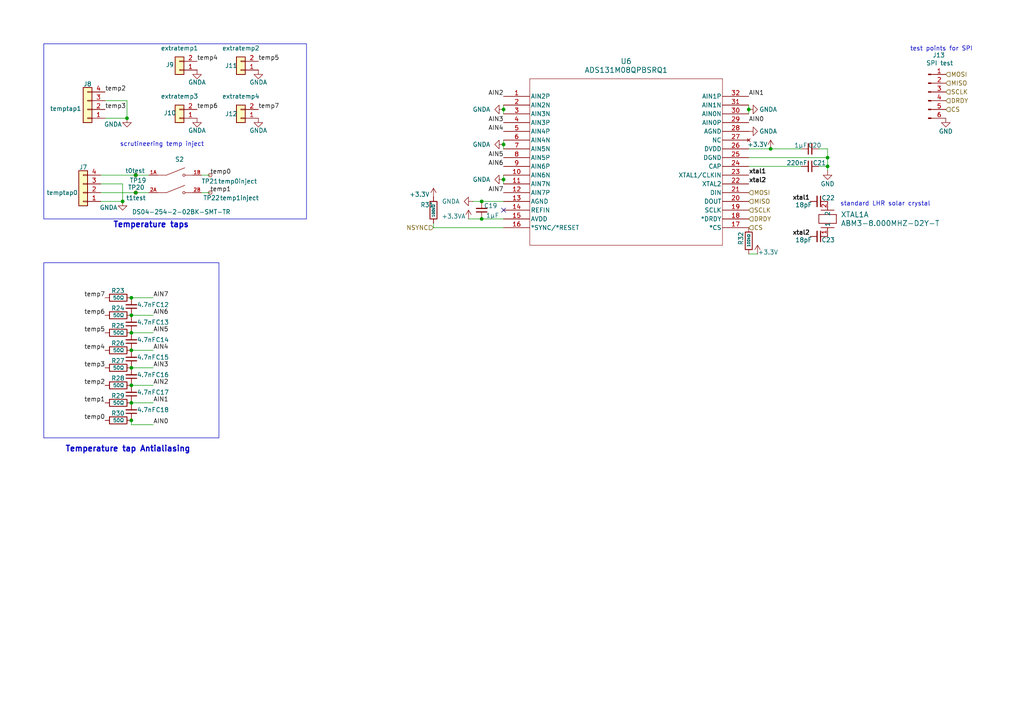
<source format=kicad_sch>
(kicad_sch (version 20231120) (generator "eeschema") (generator_version "8.0")
  (paper "A4")
  (title_block (title "BPS Voltage&Temperature board ") (date "2025-03-05") (rev "2") (company "LHR Solar: Battery Protection System") (comment 1 "Addressed concerns from review council ") (comment 2 "Can support up to 8 temperature inputs. ") (comment 3 "Can support up to 5 cells for voltage measurements.") (comment 4 "Board for measuring voltage and temperature of the battery modules.") (comment 5 "Can support up to 5 cells in series for voltage measurements.") (comment 6 "Can support up to 8 temperature inputs. ") (comment 9 "Addressed concerns from review council "))
  (lib_symbols
    (symbol "ABM3 - 8mhz:ABM3-8.000MHZ-D2Y-T" (pin_names (offset 0.254))
      (property "Reference" "XTAL" (at 5.08 4.445 0))
      (property "Value" "ABM3-8.000MHZ-D2Y-T" (at 5.08 -4.445 0))
      (symbol "ABM3-8.000MHZ-D2Y-T_1_1"
        (polyline (pts (xy 2.54 -1.905) (xy 2.54 1.905)) (stroke (width 0.2032)))
        (polyline (pts (xy 3.81 -2.54) (xy 3.81 2.54)) (stroke (width 0.2032)))
        (polyline (pts (xy 3.81 2.54) (xy 6.35 2.54)) (stroke (width 0.2032)))
        (polyline (pts (xy 6.35 -2.54) (xy 3.81 -2.54)) (stroke (width 0.2032)))
        (polyline (pts (xy 6.35 2.54) (xy 6.35 -2.54)) (stroke (width 0.2032)))
        (polyline (pts (xy 7.62 -1.905) (xy 7.62 1.905)) (stroke (width 0.2032)))
        (pin unspecified line (at 0 0 0) (length 2.54) (name "1") (number "1"))
        (pin unspecified line (at 10.16 0 180) (length 2.54) (name "2") (number "2"))
      )
      (symbol "ABM3-8.000MHZ-D2Y-T_1_2"
        (polyline (pts (xy -2.54 3.81) (xy -2.54 6.35)) (stroke (width 0.2032)))
        (polyline (pts (xy -2.54 6.35) (xy 2.54 6.35)) (stroke (width 0.2032)))
        (polyline (pts (xy 1.905 2.54) (xy -1.905 2.54)) (stroke (width 0.2032)))
        (polyline (pts (xy 1.905 7.62) (xy -1.905 7.62)) (stroke (width 0.2032)))
        (polyline (pts (xy 2.54 3.81) (xy -2.54 3.81)) (stroke (width 0.2032)))
        (polyline (pts (xy 2.54 6.35) (xy 2.54 3.81)) (stroke (width 0.2032)))
        (pin unspecified line (at 0 0 90) (length 2.54) (name "1") (number "1"))
        (pin unspecified line (at 0 10.16 270) (length 2.54) (name "2") (number "2"))
      )
      (symbol "ABM3-8.000MHZ-D2Y-T_2_1"
        (polyline (pts (xy -2.54 3.81) (xy -2.54 6.35)) (stroke (width 0.2032)))
        (polyline (pts (xy -2.54 6.35) (xy 2.54 6.35)) (stroke (width 0.2032)))
        (polyline (pts (xy 1.905 2.54) (xy -1.905 2.54)) (stroke (width 0.2032)))
        (polyline (pts (xy 1.905 7.62) (xy -1.905 7.62)) (stroke (width 0.2032)))
        (polyline (pts (xy 2.54 3.81) (xy -2.54 3.81)) (stroke (width 0.2032)))
        (polyline (pts (xy 2.54 6.35) (xy 2.54 3.81)) (stroke (width 0.2032)))
      )
      (symbol "ABM3-8.000MHZ-D2Y-T_2_2"
        (polyline (pts (xy -2.54 3.81) (xy -2.54 6.35)) (stroke (width 0.2032)))
        (polyline (pts (xy -2.54 6.35) (xy 2.54 6.35)) (stroke (width 0.2032)))
        (polyline (pts (xy 1.905 2.54) (xy -1.905 2.54)) (stroke (width 0.2032)))
        (polyline (pts (xy 1.905 7.62) (xy -1.905 7.62)) (stroke (width 0.2032)))
        (polyline (pts (xy 2.54 3.81) (xy -2.54 3.81)) (stroke (width 0.2032)))
        (polyline (pts (xy 2.54 6.35) (xy 2.54 3.81)) (stroke (width 0.2032)))
      )
    )
    (symbol "ADS131M08Q:ADS131M08QPBSRQ1" (pin_names (offset 0.254))
      (property "Reference" "U1" (at 35.56 10.16 0))
      (property "Value" "ADS131M08QPBSRQ1" (at 35.56 7.62 0))
      (symbol "ADS131M08QPBSRQ1_0_1"
        (polyline (pts (xy 7.62 -43.18) (xy 63.5 -43.18)) (stroke (width 0.127)))
        (polyline (pts (xy 7.62 5.08) (xy 7.62 -43.18)) (stroke (width 0.127)))
        (polyline (pts (xy 63.5 -43.18) (xy 63.5 5.08)) (stroke (width 0.127)))
        (polyline (pts (xy 63.5 5.08) (xy 7.62 5.08)) (stroke (width 0.127)))
        (pin input line (at 0 0 0) (length 7.62) (name "AIN2P") (number "1"))
        (pin input line (at 0 -22.86 0) (length 7.62) (name "AIN6N") (number "10"))
        (pin input line (at 0 -25.4 0) (length 7.62) (name "AIN7N") (number "11"))
        (pin input line (at 0 -27.94 0) (length 7.62) (name "AIN7P") (number "12"))
        (pin power_in line (at 0 -30.48 0) (length 7.62) (name "AGND") (number "13"))
        (pin power_in line (at 0 -33.02 0) (length 7.62) (name "REFIN") (number "14"))
        (pin power_in line (at 0 -35.56 0) (length 7.62) (name "AVDD") (number "15"))
        (pin input line (at 0 -38.1 0) (length 7.62) (name "*SYNC/*RESET") (number "16"))
        (pin input line (at 71.12 -38.1 180) (length 7.62) (name "*CS") (number "17"))
        (pin output line (at 71.12 -35.56 180) (length 7.62) (name "*DRDY") (number "18"))
        (pin input line (at 71.12 -33.02 180) (length 7.62) (name "SCLK") (number "19"))
        (pin input line (at 0 -2.54 0) (length 7.62) (name "AIN2N") (number "2"))
        (pin output line (at 71.12 -30.48 180) (length 7.62) (name "DOUT") (number "20"))
        (pin input line (at 71.12 -27.94 180) (length 7.62) (name "DIN") (number "21"))
        (pin output line (at 71.12 -25.4 180) (length 7.62) (name "XTAL2") (number "22"))
        (pin input line (at 71.12 -22.86 180) (length 7.62) (name "XTAL1/CLKIN") (number "23"))
        (pin output line (at 71.12 -20.32 180) (length 7.62) (name "CAP") (number "24"))
        (pin power_in line (at 71.12 -17.78 180) (length 7.62) (name "DGND") (number "25"))
        (pin power_in line (at 71.12 -15.24 180) (length 7.62) (name "DVDD") (number "26"))
        (pin no_connect line (at 71.12 -12.7 180) (length 7.62) (name "NC") (number "27"))
        (pin power_out line (at 71.12 -10.16 180) (length 7.62) (name "AGND") (number "28"))
        (pin input line (at 71.12 -7.62 180) (length 7.62) (name "AIN0P") (number "29"))
        (pin input line (at 0 -5.08 0) (length 7.62) (name "AIN3N") (number "3"))
        (pin input line (at 71.12 -5.08 180) (length 7.62) (name "AIN0N") (number "30"))
        (pin input line (at 71.12 -2.54 180) (length 7.62) (name "AIN1N") (number "31"))
        (pin input line (at 71.12 0 180) (length 7.62) (name "AIN1P") (number "32"))
        (pin input line (at 0 -7.62 0) (length 7.62) (name "AIN3P") (number "4"))
        (pin input line (at 0 -10.16 0) (length 7.62) (name "AIN4P") (number "5"))
        (pin input line (at 0 -12.7 0) (length 7.62) (name "AIN4N") (number "6"))
        (pin input line (at 0 -15.24 0) (length 7.62) (name "AIN5N") (number "7"))
        (pin input line (at 0 -17.78 0) (length 7.62) (name "AIN5P") (number "8"))
        (pin input line (at 0 -20.32 0) (length 7.62) (name "AIN6P") (number "9"))
      )
    )
    (symbol "Connector:Conn_01x06_Pin" (pin_names (offset 1.016) hide)
      (property "Reference" "J" (at 0 7.62 0))
      (property "Value" "Conn_01x06_Pin" (at 0 -10.16 0))
      (symbol "Conn_01x06_Pin_1_1"
        (polyline (pts (xy 1.27 -7.62) (xy 0.8636 -7.62)) (stroke (width 0.1524)))
        (polyline (pts (xy 1.27 -5.08) (xy 0.8636 -5.08)) (stroke (width 0.1524)))
        (polyline (pts (xy 1.27 -2.54) (xy 0.8636 -2.54)) (stroke (width 0.1524)))
        (polyline (pts (xy 1.27 0) (xy 0.8636 0)) (stroke (width 0.1524)))
        (polyline (pts (xy 1.27 2.54) (xy 0.8636 2.54)) (stroke (width 0.1524)))
        (polyline (pts (xy 1.27 5.08) (xy 0.8636 5.08)) (stroke (width 0.1524)))
        (rectangle (start 0.8636 -7.493) (end 0 -7.747) (stroke (width 0.1524)) (fill (type outline)))
        (rectangle (start 0.8636 -4.953) (end 0 -5.207) (stroke (width 0.1524)) (fill (type outline)))
        (rectangle (start 0.8636 -2.413) (end 0 -2.667) (stroke (width 0.1524)) (fill (type outline)))
        (rectangle (start 0.8636 0.127) (end 0 -0.127) (stroke (width 0.1524)) (fill (type outline)))
        (rectangle (start 0.8636 2.667) (end 0 2.413) (stroke (width 0.1524)) (fill (type outline)))
        (rectangle (start 0.8636 5.207) (end 0 4.953) (stroke (width 0.1524)) (fill (type outline)))
        (pin passive line (at 5.08 5.08 180) (length 3.81) (name "Pin_1") (number "1"))
        (pin passive line (at 5.08 2.54 180) (length 3.81) (name "Pin_2") (number "2"))
        (pin passive line (at 5.08 0 180) (length 3.81) (name "Pin_3") (number "3"))
        (pin passive line (at 5.08 -2.54 180) (length 3.81) (name "Pin_4") (number "4"))
        (pin passive line (at 5.08 -5.08 180) (length 3.81) (name "Pin_5") (number "5"))
        (pin passive line (at 5.08 -7.62 180) (length 3.81) (name "Pin_6") (number "6"))
      )
    )
    (symbol "Connector:TestPoint_Small" (pin_numbers hide) (pin_names (offset 0.762) hide)
      (property "Reference" "TP" (at 0 3.81 0))
      (property "Value" "TestPoint_Small" (at 0 2.032 0))
      (symbol "TestPoint_Small_0_1"
        (circle (center 0 0) (radius 0.508))
      )
      (symbol "TestPoint_Small_1_1"
        (pin passive line (at 0 0 90) (length 0) (name "1") (number "1"))
      )
    )
    (symbol "Connector_Generic:Conn_01x02" (pin_names (offset 1.016) hide)
      (property "Reference" "J" (at 0 2.54 0))
      (property "Value" "Conn_01x02" (at 0 -5.08 0))
      (symbol "Conn_01x02_1_1"
        (rectangle (start -1.27 -2.413) (end 0 -2.667) (stroke (width 0.1524)))
        (rectangle (start -1.27 0.127) (end 0 -0.127) (stroke (width 0.1524)))
        (rectangle (start -1.27 1.27) (end 1.27 -3.81) (stroke (width 0.254)) (fill (type background)))
        (pin passive line (at -5.08 0 0) (length 3.81) (name "Pin_1") (number "1"))
        (pin passive line (at -5.08 -2.54 0) (length 3.81) (name "Pin_2") (number "2"))
      )
    )
    (symbol "Connector_Generic:Conn_01x04" (pin_names (offset 1.016) hide)
      (property "Reference" "J" (at 0 5.08 0))
      (property "Value" "Conn_01x04" (at 0 -7.62 0))
      (symbol "Conn_01x04_1_1"
        (rectangle (start -1.27 -4.953) (end 0 -5.207) (stroke (width 0.1524)))
        (rectangle (start -1.27 -2.413) (end 0 -2.667) (stroke (width 0.1524)))
        (rectangle (start -1.27 0.127) (end 0 -0.127) (stroke (width 0.1524)))
        (rectangle (start -1.27 2.667) (end 0 2.413) (stroke (width 0.1524)))
        (rectangle (start -1.27 3.81) (end 1.27 -6.35) (stroke (width 0.254)) (fill (type background)))
        (pin passive line (at -5.08 2.54 0) (length 3.81) (name "Pin_1") (number "1"))
        (pin passive line (at -5.08 0 0) (length 3.81) (name "Pin_2") (number "2"))
        (pin passive line (at -5.08 -2.54 0) (length 3.81) (name "Pin_3") (number "3"))
        (pin passive line (at -5.08 -5.08 0) (length 3.81) (name "Pin_4") (number "4"))
      )
    )
    (symbol "DS04-254-2-02BK-SMT-TR:DS04-254-2-02BK-SMT-TR" (pin_names (offset 1.016))
      (property "Reference" "S" (at -2.54 5.08 0))
      (property "Value" "DS04-254-2-02BK-SMT-TR" (at -2.54 -5.08 0))
      (symbol "DS04-254-2-02BK-SMT-TR_0_0"
        (polyline (pts (xy -2.54 -2.54) (xy -5.08 -2.54)) (stroke (width 0.1524)))
        (polyline (pts (xy -2.54 -2.54) (xy 2.794 -0.4064)) (stroke (width 0.1524)))
        (polyline (pts (xy -2.54 2.54) (xy -5.08 2.54)) (stroke (width 0.1524)))
        (polyline (pts (xy -2.54 2.54) (xy 2.794 4.6736)) (stroke (width 0.1524)))
        (polyline (pts (xy 5.08 -2.54) (xy 2.921 -2.54)) (stroke (width 0.1524)))
        (polyline (pts (xy 5.08 2.54) (xy 2.921 2.54)) (stroke (width 0.1524)))
        (circle (center 2.54 -2.54) (radius 0.3302) (stroke (width 0.1524)))
        (circle (center 2.54 2.54) (radius 0.3302) (stroke (width 0.1524)))
        (pin passive line (at -7.62 2.54 0) (length 2.54) (name "~") (number "1A"))
        (pin passive line (at 7.62 2.54 180) (length 2.54) (name "~") (number "1B"))
        (pin passive line (at -7.62 -2.54 0) (length 2.54) (name "~") (number "2A"))
        (pin passive line (at 7.62 -2.54 180) (length 2.54) (name "~") (number "2B"))
      )
    )
    (symbol "Device:C_Small" (pin_numbers hide) (pin_names (offset 0.254) hide)
      (property "Reference" "C" (at 0.254 1.778 0))
      (property "Value" "C_Small" (at 0.254 -2.032 0))
      (symbol "C_Small_0_1"
        (polyline (pts (xy -1.524 -0.508) (xy 1.524 -0.508)) (stroke (width 0.3302)))
        (polyline (pts (xy -1.524 0.508) (xy 1.524 0.508)) (stroke (width 0.3048)))
      )
      (symbol "C_Small_1_1"
        (pin passive line (at 0 2.54 270) (length 2.032) (name "~") (number "1"))
        (pin passive line (at 0 -2.54 90) (length 2.032) (name "~") (number "2"))
      )
    )
    (symbol "Device:R" (pin_numbers hide) (pin_names (offset 0))
      (property "Reference" "R" (at 2.032 0 90))
      (property "Value" "R" (at 0 0 90))
      (symbol "R_0_1"
        (rectangle (start -1.016 -2.54) (end 1.016 2.54) (stroke (width 0.254)))
      )
      (symbol "R_1_1"
        (pin passive line (at 0 3.81 270) (length 1.27) (name "~") (number "1"))
        (pin passive line (at 0 -3.81 90) (length 1.27) (name "~") (number "2"))
      )
    )
    (symbol "power:+3.3V" (power) (pin_numbers hide) (pin_names (offset 0) hide)
      (property "Value" "+3.3V" (at 0 3.556 0))
      (symbol "+3.3V_0_1"
        (polyline (pts (xy -0.762 1.27) (xy 0 2.54)))
        (polyline (pts (xy 0 0) (xy 0 2.54)))
        (polyline (pts (xy 0 2.54) (xy 0.762 1.27)))
      )
      (symbol "+3.3V_1_1"
        (pin power_in line (at 0 0 90) (length 0) (name "~") (number "1"))
      )
    )
    (symbol "power:+3.3VA" (power) (pin_numbers hide) (pin_names (offset 0) hide)
      (property "Value" "+3.3VA" (at 0 3.556 0))
      (symbol "+3.3VA_0_1"
        (polyline (pts (xy -0.762 1.27) (xy 0 2.54)))
        (polyline (pts (xy 0 0) (xy 0 2.54)))
        (polyline (pts (xy 0 2.54) (xy 0.762 1.27)))
      )
      (symbol "+3.3VA_1_1"
        (pin power_in line (at 0 0 90) (length 0) (name "~") (number "1"))
      )
    )
    (symbol "power:GND" (power) (pin_numbers hide) (pin_names (offset 0) hide)
      (property "Value" "GND" (at 0 -3.81 0))
      (symbol "GND_0_1"
        (polyline (pts (xy 0 0) (xy 0 -1.27) (xy 1.27 -1.27) (xy 0 -2.54) (xy -1.27 -1.27) (xy 0 -1.27)))
      )
      (symbol "GND_1_1"
        (pin power_in line (at 0 0 270) (length 0) (name "~") (number "1"))
      )
    )
    (symbol "power:GNDA" (power) (pin_numbers hide) (pin_names (offset 0) hide)
      (property "Value" "GNDA" (at 0 -3.81 0))
      (symbol "GNDA_0_1"
        (polyline (pts (xy 0 0) (xy 0 -1.27) (xy 1.27 -1.27) (xy 0 -2.54) (xy -1.27 -1.27) (xy 0 -1.27)))
      )
      (symbol "GNDA_1_1"
        (pin power_in line (at 0 0 270) (length 0) (name "~") (number "1"))
      )
    )
  )
  (junction (at 139.7 63.5))
  (junction (at 38.1 86.36))
  (junction (at 39.37 55.88))
  (junction (at 240.03 45.72))
  (junction (at 39.37 50.8))
  (junction (at 217.17 31.75))
  (junction (at 139.7 58.42))
  (junction (at 146.05 31.75))
  (junction (at 146.05 52.07))
  (junction (at 38.1 111.76))
  (junction (at 38.1 116.84))
  (junction (at 36.83 34.29))
  (junction (at 223.52 43.18))
  (junction (at 38.1 101.6))
  (junction (at 38.1 106.68))
  (junction (at 38.1 91.44))
  (junction (at 35.56 58.42))
  (junction (at 240.03 48.26))
  (junction (at 38.1 96.52))
  (junction (at 38.1 121.92))
  (junction (at 146.05 41.91))
  (no_connect (at 146.05 60.96))
  (wire (pts (xy 146.05 41.91) (xy 146.05 43.18)))
  (wire (pts (xy 240.03 48.26) (xy 240.03 45.72)))
  (wire (pts (xy 38.1 123.19) (xy 38.1 121.92)))
  (wire (pts (xy 44.45 96.52) (xy 38.1 96.52)))
  (wire (pts (xy 217.17 31.75) (xy 217.17 33.02)))
  (wire (pts (xy 60.96 50.8) (xy 58.42 50.8)))
  (wire (pts (xy 43.18 50.8) (xy 39.37 50.8)))
  (wire (pts (xy 44.45 86.36) (xy 38.1 86.36)))
  (wire (pts (xy 240.03 49.53) (xy 240.03 48.26)))
  (wire (pts (xy 146.05 40.64) (xy 146.05 41.91)))
  (wire (pts (xy 44.45 91.44) (xy 38.1 91.44)))
  (wire (pts (xy 29.21 58.42) (xy 35.56 58.42)))
  (wire (pts (xy 232.41 48.26) (xy 217.17 48.26)))
  (wire (pts (xy 223.52 43.18) (xy 232.41 43.18)))
  (wire (pts (xy 146.05 52.07) (xy 146.05 53.34)))
  (wire (pts (xy 36.83 34.29) (xy 36.83 29.21)))
  (wire (pts (xy 43.18 55.88) (xy 39.37 55.88)))
  (wire (pts (xy 146.05 30.48) (xy 146.05 31.75)))
  (wire (pts (xy 237.49 48.26) (xy 240.03 48.26)))
  (wire (pts (xy 44.45 101.6) (xy 38.1 101.6)))
  (wire (pts (xy 217.17 43.18) (xy 223.52 43.18)))
  (wire (pts (xy 139.7 63.5) (xy 146.05 63.5)))
  (wire (pts (xy 217.17 30.48) (xy 217.17 31.75)))
  (wire (pts (xy 44.45 116.84) (xy 38.1 116.84)))
  (wire (pts (xy 36.83 34.29) (xy 30.48 34.29)))
  (wire (pts (xy 44.45 111.76) (xy 38.1 111.76)))
  (wire (pts (xy 125.73 66.04) (xy 146.05 66.04)))
  (wire (pts (xy 36.83 29.21) (xy 30.48 29.21)))
  (wire (pts (xy 137.16 58.42) (xy 139.7 58.42)))
  (wire (pts (xy 240.03 43.18) (xy 237.49 43.18)))
  (wire (pts (xy 139.7 58.42) (xy 146.05 58.42)))
  (wire (pts (xy 35.56 53.34) (xy 35.56 58.42)))
  (wire (pts (xy 44.45 123.19) (xy 38.1 123.19)))
  (wire (pts (xy 29.21 53.34) (xy 35.56 53.34)))
  (wire (pts (xy 240.03 45.72) (xy 240.03 43.18)))
  (wire (pts (xy 146.05 50.8) (xy 146.05 52.07)))
  (wire (pts (xy 125.73 64.77) (xy 125.73 66.04)))
  (wire (pts (xy 219.71 73.66) (xy 217.17 73.66)))
  (wire (pts (xy 39.37 50.8) (xy 29.21 50.8)))
  (wire (pts (xy 44.45 106.68) (xy 38.1 106.68)))
  (wire (pts (xy 60.96 55.88) (xy 58.42 55.88)))
  (wire (pts (xy 146.05 31.75) (xy 146.05 33.02)))
  (wire (pts (xy 217.17 45.72) (xy 240.03 45.72)))
  (wire (pts (xy 135.89 63.5) (xy 139.7 63.5)))
  (wire (pts (xy 29.21 55.88) (xy 39.37 55.88)))
  (rectangle (start 12.7 12.7) (end 88.9 63.5))
  (rectangle (start 12.7 76.2) (end 63.5 127))
  (text "Temperature tap Antialiasing\n" (at 37.084 130.302 0) (effects (font (size 1.651 1.651) (thickness 0.3302) (bold yes))))
  (text "Temperature taps " (at 44.45 65.278 0) (effects (font (size 1.651 1.651) (thickness 0.3302) (bold yes))))
  (text "standard LHR solar crystal" (at 256.794 59.182 0) (effects (font (size 1.27 1.27))))
  (text "test points for SPI\n" (at 273.05 14.224 0) (effects (font (size 1.27 1.27))))
  (text "scrutineering temp inject\n" (at 46.99 41.91 0) (effects (font (size 1.27 1.27))))
  (label "AIN1" (at 44.45 116.84 0))
  (label "AIN2" (at 44.45 111.76 0))
  (label "AIN3" (at 146.05 35.56 180))
  (label "temp3" (at 30.48 106.68 180))
  (label "temp6" (at 30.48 91.44 180))
  (label "AIN1" (at 217.17 27.94 0))
  (label "temp7" (at 74.93 31.75 0))
  (label "temp1" (at 60.96 55.88 0))
  (label "AIN6" (at 146.05 48.26 180) (effects (font (thickness 0.1588))))
  (label "temp7" (at 30.48 86.36 180))
  (label "xtal2" (at 234.95 68.58 180) (effects (font (thickness 0.254) (bold yes))))
  (label "temp0" (at 60.96 50.8 0))
  (label "temp6" (at 57.15 31.75 0))
  (label "AIN7" (at 44.45 86.36 0) (effects (font (thickness 0.1588))))
  (label "temp0" (at 30.48 121.92 180))
  (label "temp3" (at 30.48 31.75 0))
  (label "AIN0" (at 44.45 123.19 0))
  (label "temp5" (at 30.48 96.52 180))
  (label "AIN7" (at 146.05 55.88 180) (effects (font (thickness 0.1588))))
  (label "AIN4" (at 44.45 101.6 0))
  (label "xtal2" (at 217.17 53.34 0) (effects (font (thickness 0.254) (bold yes))))
  (label "AIN2" (at 146.05 27.94 180))
  (label "AIN5" (at 44.45 96.52 0) (effects (font (thickness 0.1588))))
  (label "AIN4" (at 146.05 38.1 180))
  (label "temp4" (at 30.48 101.6 180))
  (label "temp5" (at 74.93 17.78 0))
  (label "AIN0" (at 217.17 35.56 0))
  (label "temp1" (at 30.48 116.84 180))
  (label "xtal1" (at 234.95 58.42 180) (effects (font (thickness 0.254) (bold yes))))
  (label "temp2" (at 30.48 26.67 0))
  (label "AIN3" (at 44.45 106.68 0))
  (label "temp4" (at 57.15 17.78 0))
  (label "xtal1" (at 217.17 50.8 0) (effects (font (thickness 0.254) (bold yes))))
  (label "temp2" (at 30.48 111.76 180))
  (label "AIN6" (at 44.45 91.44 0) (effects (font (thickness 0.1588))))
  (label "AIN5" (at 146.05 45.72 180))
  (hierarchical_label "SCLK" (shape input) (at 274.32 26.67 0))
  (hierarchical_label "MOSI" (shape input) (at 217.17 55.88 0))
  (hierarchical_label "DRDY" (shape input) (at 274.32 29.21 0))
  (hierarchical_label "CS" (shape input) (at 274.32 31.75 0))
  (hierarchical_label "NSYNC" (shape input) (at 125.73 66.04 180))
  (hierarchical_label "MISO" (shape input) (at 274.32 24.13 0))
  (hierarchical_label "DRDY" (shape input) (at 217.17 63.5 0))
  (hierarchical_label "CS" (shape input) (at 217.17 66.04 0))
  (hierarchical_label "MOSI" (shape input) (at 274.32 21.59 0))
  (hierarchical_label "MISO" (shape input) (at 217.17 58.42 0))
  (hierarchical_label "SCLK" (shape input) (at 217.17 60.96 0))
  (symbol (lib_id "power:GNDA") (at 57.15 34.29 0) (unit 1)
    (property "Reference" "#PWR034" (effects (hide yes)))
    (property "Value" "GNDA" (at 57.15 37.846 0))
    (property "Description" "Power symbol creates a global label with name \"GNDA\" , analog ground" (effects (hide yes)))
  )
  (symbol (lib_id "power:+3.3V") (at 125.73 57.15 0) (unit 1)
    (property "Reference" "#PWR037" (effects (hide yes)))
    (property "Value" "+3.3V" (at 121.666 56.388 0))
    (property "Description" "Power symbol creates a global label with name \"+3.3V\"" (effects (hide yes)))
  )
  (symbol (lib_id "power:GNDA") (at 36.83 34.29 0) (unit 1)
    (property "Reference" "#PWR032" (effects (hide yes)))
    (property "Value" "GNDA" (at 32.766 36.068 0))
    (property "Description" "Power symbol creates a global label with name \"GNDA\" , analog ground" (effects (hide yes)))
  )
  (symbol (lib_id "power:GND") (at 274.32 34.29 0) (unit 1)
    (property "Reference" "#PWR048" (effects (hide yes)))
    (property "Value" "GND" (at 274.32 38.1 0))
    (property "Description" "Power symbol creates a global label with name \"GND\" , ground" (effects (hide yes)))
  )
  (symbol (lib_id "Device:C_Small") (at 38.1 104.14 180) (unit 1)
    (property "Reference" "C15" (at 49.022 103.632 0) (effects (justify left)))
    (property "Value" "4.7nF" (at 45.212 103.632 0) (effects (justify left)))
    (property "Footprint" "Capacitor_SMD:C_0805_2012Metric" (effects (hide yes)))
    (property "Description" "Unpolarized capacitor, small symbol" (effects (hide yes)))
  )
  (symbol (lib_id "Device:C_Small") (at 237.49 68.58 270) (unit 1)
    (property "Reference" "C23" (at 238.252 69.596 90) (effects (justify left)))
    (property "Value" "18pF" (at 230.632 69.596 90) (effects (justify left)))
    (property "Footprint" "Capacitor_SMD:C_0805_2012Metric" (effects (hide yes)))
    (property "Description" "Unpolarized capacitor, small symbol" (effects (hide yes)))
  )
  (symbol (lib_id "Connector:TestPoint_Small") (at 39.37 50.8 0) (unit 1)
    (property "Reference" "TP19" (at 37.592 52.324 0) (effects (justify left)))
    (property "Value" "t0test" (at 36.322 49.53 0) (effects (justify left)))
    (property "Footprint" "UTSVT_Special:TestPoint_HEX_3mmID" (effects (hide yes)))
    (property "Description" "test point" (effects (hide yes)))
  )
  (symbol (lib_id "power:+3.3V") (at 223.52 43.18 0) (unit 1)
    (property "Reference" "#PWR046" (effects (hide yes)))
    (property "Value" "+3.3V" (at 219.71 41.91 0))
    (property "Description" "Power symbol creates a global label with name \"+3.3V\"" (effects (hide yes)))
  )
  (symbol (lib_id "Device:R") (at 125.73 60.96 0) (unit 1)
    (property "Reference" "R31" (at 121.92 59.436 0) (effects (justify left)))
    (property "Value" "100kΩ" (at 125.73 62.992 90) (effects (font (size 0.762 0.762)) (justify left)))
    (property "Footprint" "Resistor_SMD:R_0805_2012Metric" (effects (hide yes)))
    (property "Description" "Resistor" (effects (hide yes)))
  )
  (symbol (lib_id "Connector:TestPoint_Small") (at 60.96 50.8 0) (unit 1)
    (property "Reference" "TP21" (at 58.42 52.578 0) (effects (justify left)))
    (property "Value" "temp0inject" (at 63.246 52.578 0) (effects (justify left)))
    (property "Footprint" "TestPoint:TestPoint_Keystone_5010-5014_Multipurpose" (effects (hide yes)))
    (property "Description" "test point" (effects (hide yes)))
  )
  (symbol (lib_id "power:GNDA") (at 35.56 58.42 0) (unit 1)
    (property "Reference" "#PWR031" (effects (hide yes)))
    (property "Value" "GNDA" (at 31.496 60.198 0))
    (property "Description" "Power symbol creates a global label with name \"GNDA\" , analog ground" (effects (hide yes)))
  )
  (symbol (lib_id "Device:C_Small") (at 139.7 60.96 180) (unit 1)
    (property "Reference" "C19" (at 144.272 59.69 0) (effects (justify left)))
    (property "Value" "1μF" (at 144.78 62.484 0) (effects (justify left)))
    (property "Footprint" "Capacitor_SMD:C_0805_2012Metric" (effects (hide yes)))
    (property "Description" "Unpolarized capacitor, small symbol" (effects (hide yes)))
  )
  (symbol (lib_id "Device:C_Small") (at 38.1 99.06 180) (unit 1)
    (property "Reference" "C14" (at 49.022 98.552 0) (effects (justify left)))
    (property "Value" "4.7nF" (at 45.212 98.552 0) (effects (justify left)))
    (property "Footprint" "Capacitor_SMD:C_0805_2012Metric" (effects (hide yes)))
    (property "Description" "Unpolarized capacitor, small symbol" (effects (hide yes)))
  )
  (symbol (lib_id "Device:R") (at 34.29 121.92 270) (unit 1)
    (property "Reference" "R30" (at 32.258 119.888 90) (effects (justify left)))
    (property "Value" "50Ω" (at 32.766 121.92 90) (effects (font (size 1.016 1.016)) (justify left)))
    (property "Footprint" "Resistor_SMD:R_0805_2012Metric" (effects (hide yes)))
    (property "Description" "Resistor" (effects (hide yes)))
  )
  (symbol (lib_id "Device:C_Small") (at 38.1 93.98 180) (unit 1)
    (property "Reference" "C13" (at 49.022 93.472 0) (effects (justify left)))
    (property "Value" "4.7nF" (at 45.212 93.472 0) (effects (justify left)))
    (property "Footprint" "Capacitor_SMD:C_0805_2012Metric" (effects (hide yes)))
    (property "Description" "Unpolarized capacitor, small symbol" (effects (hide yes)))
  )
  (symbol (lib_id "Connector:TestPoint_Small") (at 60.96 55.88 0) (unit 1)
    (property "Reference" "TP22" (at 58.928 57.404 0) (effects (justify left)))
    (property "Value" "temp1inject" (at 63.754 57.404 0) (effects (justify left)))
    (property "Footprint" "TestPoint:TestPoint_Keystone_5010-5014_Multipurpose" (effects (hide yes)))
    (property "Description" "test point" (effects (hide yes)))
  )
  (symbol (lib_id "power:+3.3V") (at 219.71 73.66 0) (unit 1)
    (property "Reference" "#PWR045" (effects (hide yes)))
    (property "Value" "+3.3V" (at 222.758 73.152 0))
    (property "Description" "Power symbol creates a global label with name \"+3.3V\"" (effects (hide yes)))
  )
  (symbol (lib_id "Device:C_Small") (at 38.1 119.38 180) (unit 1)
    (property "Reference" "C18" (at 49.022 118.872 0) (effects (justify left)))
    (property "Value" "4.7nF" (at 45.212 118.872 0) (effects (justify left)))
    (property "Footprint" "Capacitor_SMD:C_0805_2012Metric" (effects (hide yes)))
    (property "Description" "Unpolarized capacitor, small symbol" (effects (hide yes)))
  )
  (symbol (lib_id "power:GNDA") (at 137.16 58.42 270) (unit 1)
    (property "Reference" "#PWR039" (effects (hide yes)))
    (property "Value" "GNDA" (at 133.35 58.4199 90) (effects (justify right)))
    (property "Description" "Power symbol creates a global label with name \"GNDA\" , analog ground" (effects (hide yes)))
  )
  (symbol (lib_id "Device:C_Small") (at 234.95 43.18 90) (unit 1)
    (property "Reference" "C20" (at 238.252 42.164 90) (effects (justify left)))
    (property "Value" "1μF" (at 234.188 42.164 90) (effects (justify left)))
    (property "Footprint" "Capacitor_SMD:C_0805_2012Metric" (effects (hide yes)))
    (property "Description" "Unpolarized capacitor, small symbol" (effects (hide yes)))
  )
  (symbol (lib_id "Connector_Generic:Conn_01x02") (at 52.07 20.32 180) (unit 1)
    (property "Reference" "J9" (at 49.276 18.796 0))
    (property "Value" "extratemp1" (at 52.07 13.97 0))
    (property "Footprint" "Connector_Molex:Molex_Nano-Fit_105313-xx02_1x02_P2.50mm_Horizontal" (effects (hide yes)))
    (property "Description" "Generic connector, single row, 01x02, script generated (kicad-library-utils/schlib/autogen/connector/)" (effects (hide yes)))
  )
  (symbol (lib_id "Connector:Conn_01x06_Pin") (at 269.24 26.67 0) (unit 1)
    (property "Reference" "J13" (at 272.288 16.002 0))
    (property "Value" "SPI test" (at 272.542 18.288 0))
    (property "Footprint" "Connector_PinHeader_2.54mm:PinHeader_1x06_P2.54mm_Vertical" (effects (hide yes)))
    (property "Description" "Generic connector, single row, 01x06, script generated" (effects (hide yes)))
  )
  (symbol (lib_id "Connector_Generic:Conn_01x04") (at 24.13 55.88 180) (unit 1)
    (property "Reference" "J7" (at 24.13 48.514 0))
    (property "Value" "temptap0" (at 18.034 55.88 0))
    (property "Footprint" "Connector_Molex:Molex_Nano-Fit_105313-xx04_1x04_P2.50mm_Horizontal" (effects (hide yes)))
    (property "Description" "Generic connector, single row, 01x04, script generated (kicad-library-utils/schlib/autogen/connector/)" (effects (hide yes)))
  )
  (symbol (lib_id "power:GNDA") (at 74.93 34.29 0) (unit 1)
    (property "Reference" "#PWR036" (effects (hide yes)))
    (property "Value" "GNDA" (at 74.93 37.846 0))
    (property "Description" "Power symbol creates a global label with name \"GNDA\" , analog ground" (effects (hide yes)))
  )
  (symbol (lib_id "power:GNDA") (at 74.93 20.32 0) (unit 1)
    (property "Reference" "#PWR035" (effects (hide yes)))
    (property "Value" "GNDA" (at 74.93 23.876 0))
    (property "Description" "Power symbol creates a global label with name \"GNDA\" , analog ground" (effects (hide yes)))
  )
  (symbol (lib_id "power:GNDA") (at 146.05 31.75 270) (unit 1)
    (property "Reference" "#PWR040" (effects (hide yes)))
    (property "Value" "GNDA" (at 142.24 31.7499 90) (effects (justify right)))
    (property "Description" "Power symbol creates a global label with name \"GNDA\" , analog ground" (effects (hide yes)))
  )
  (symbol (lib_id "ADS131M08Q:ADS131M08QPBSRQ1") (at 146.05 27.94 0) (unit 1)
    (property "Reference" "U6" (at 181.61 17.78 0) (effects (font (size 1.524 1.524))))
    (property "Value" "ADS131M08QPBSRQ1" (at 181.61 20.32 0) (effects (font (size 1.524 1.524))))
    (property "Footprint" "footprints:TQFP32_PBS_TEX" (effects (hide yes)))
    (property "Datasheet" "https://www.ti.com/lit/ds/symlink/ads131m08-q1.pdf?ts=1738977833542" (effects (hide yes)))
  )
  (symbol (lib_id "Connector_Generic:Conn_01x04") (at 25.4 31.75 180) (unit 1)
    (property "Reference" "J8" (at 25.4 24.384 0))
    (property "Value" "temptap1" (at 19.05 31.496 0))
    (property "Footprint" "Connector_Molex:Molex_Nano-Fit_105313-xx04_1x04_P2.50mm_Horizontal" (effects (hide yes)))
    (property "Description" "Generic connector, single row, 01x04, script generated (kicad-library-utils/schlib/autogen/connector/)" (effects (hide yes)))
  )
  (symbol (lib_id "Device:R") (at 34.29 106.68 270) (unit 1)
    (property "Reference" "R27" (at 32.258 104.648 90) (effects (justify left)))
    (property "Value" "50Ω" (at 32.766 106.68 90) (effects (font (size 1.016 1.016)) (justify left)))
    (property "Footprint" "Resistor_SMD:R_0805_2012Metric" (effects (hide yes)))
    (property "Description" "Resistor" (effects (hide yes)))
  )
  (symbol (lib_id "Connector:TestPoint_Small") (at 39.37 55.88 0) (unit 1)
    (property "Reference" "TP20" (at 37.084 54.356 0) (effects (justify left)))
    (property "Value" "t1test" (at 36.576 57.404 0) (effects (justify left)))
    (property "Footprint" "UTSVT_Special:TestPoint_HEX_3mmID" (effects (hide yes)))
    (property "Description" "test point" (effects (hide yes)))
  )
  (symbol (lib_id "Device:C_Small") (at 237.49 58.42 270) (unit 1)
    (property "Reference" "C22" (at 238.252 57.404 90) (effects (justify left)))
    (property "Value" "18pF" (at 230.632 59.436 90) (effects (justify left)))
    (property "Footprint" "Capacitor_SMD:C_0805_2012Metric" (effects (hide yes)))
    (property "Description" "Unpolarized capacitor, small symbol" (effects (hide yes)))
  )
  (symbol (lib_id "power:GND") (at 240.03 49.53 0) (unit 1)
    (property "Reference" "#PWR047" (effects (hide yes)))
    (property "Value" "GND" (at 240.03 53.34 0))
    (property "Description" "Power symbol creates a global label with name \"GND\" , ground" (effects (hide yes)))
  )
  (symbol (lib_id "Device:R") (at 34.29 86.36 270) (unit 1)
    (property "Reference" "R23" (at 32.258 84.328 90) (effects (justify left)))
    (property "Value" "50Ω" (at 32.766 86.36 90) (effects (font (size 1.016 1.016)) (justify left)))
    (property "Footprint" "Resistor_SMD:R_0805_2012Metric" (effects (hide yes)))
    (property "Description" "Resistor" (effects (hide yes)))
  )
  (symbol (lib_id "Device:C_Small") (at 38.1 114.3 180) (unit 1)
    (property "Reference" "C17" (at 49.022 113.792 0) (effects (justify left)))
    (property "Value" "4.7nF" (at 45.212 113.792 0) (effects (justify left)))
    (property "Footprint" "Capacitor_SMD:C_0805_2012Metric" (effects (hide yes)))
    (property "Description" "Unpolarized capacitor, small symbol" (effects (hide yes)))
  )
  (symbol (lib_id "Connector_Generic:Conn_01x02") (at 52.07 34.29 180) (unit 1)
    (property "Reference" "J10" (at 49.276 32.766 0))
    (property "Value" "extratemp3" (at 52.07 27.94 0))
    (property "Footprint" "Connector_Molex:Molex_Nano-Fit_105313-xx02_1x02_P2.50mm_Horizontal" (effects (hide yes)))
    (property "Description" "Generic connector, single row, 01x02, script generated (kicad-library-utils/schlib/autogen/connector/)" (effects (hide yes)))
  )
  (symbol (lib_id "power:GNDA") (at 57.15 20.32 0) (unit 1)
    (property "Reference" "#PWR033" (effects (hide yes)))
    (property "Value" "GNDA" (at 57.15 23.876 0))
    (property "Description" "Power symbol creates a global label with name \"GNDA\" , analog ground" (effects (hide yes)))
  )
  (symbol (lib_id "Device:R") (at 34.29 91.44 270) (unit 1)
    (property "Reference" "R24" (at 32.258 89.408 90) (effects (justify left)))
    (property "Value" "50Ω" (at 32.766 91.44 90) (effects (font (size 1.016 1.016)) (justify left)))
    (property "Footprint" "Resistor_SMD:R_0805_2012Metric" (effects (hide yes)))
    (property "Description" "Resistor" (effects (hide yes)))
  )
  (symbol (lib_id "Device:R") (at 34.29 96.52 270) (unit 1)
    (property "Reference" "R25" (at 32.258 94.488 90) (effects (justify left)))
    (property "Value" "50Ω" (at 32.766 96.52 90) (effects (font (size 1.016 1.016)) (justify left)))
    (property "Footprint" "Resistor_SMD:R_0805_2012Metric" (effects (hide yes)))
    (property "Description" "Resistor" (effects (hide yes)))
  )
  (symbol (lib_id "power:GNDA") (at 146.05 52.07 270) (unit 1)
    (property "Reference" "#PWR042" (effects (hide yes)))
    (property "Value" "GNDA" (at 142.24 52.0699 90) (effects (justify right)))
    (property "Description" "Power symbol creates a global label with name \"GNDA\" , analog ground" (effects (hide yes)))
  )
  (symbol (lib_id "Device:R") (at 34.29 111.76 270) (unit 1)
    (property "Reference" "R28" (at 32.258 109.728 90) (effects (justify left)))
    (property "Value" "50Ω" (at 32.766 111.76 90) (effects (font (size 1.016 1.016)) (justify left)))
    (property "Footprint" "Resistor_SMD:R_0805_2012Metric" (effects (hide yes)))
    (property "Description" "Resistor" (effects (hide yes)))
  )
  (symbol (lib_id "Device:C_Small") (at 38.1 109.22 180) (unit 1)
    (property "Reference" "C16" (at 49.022 108.712 0) (effects (justify left)))
    (property "Value" "4.7nF" (at 45.212 108.712 0) (effects (justify left)))
    (property "Footprint" "Capacitor_SMD:C_0805_2012Metric" (effects (hide yes)))
    (property "Description" "Unpolarized capacitor, small symbol" (effects (hide yes)))
  )
  (symbol (lib_id "Device:R") (at 217.17 69.85 0) (unit 1)
    (property "Reference" "R32" (at 214.884 71.12 90) (effects (justify left)))
    (property "Value" "100kΩ" (at 217.17 71.628 90) (effects (font (size 0.762 0.762)) (justify left)))
    (property "Footprint" "Resistor_SMD:R_0805_2012Metric" (effects (hide yes)))
    (property "Description" "Resistor" (effects (hide yes)))
  )
  (symbol (lib_id "ABM3 - 8mhz:ABM3-8.000MHZ-D2Y-T") (at 240.03 68.58 90) (unit 1)
    (property "Reference" "XTAL1" (at 243.84 62.2299 90) (effects (font (size 1.524 1.524)) (justify right)))
    (property "Value" "ABM3-8.000MHZ-D2Y-T" (at 243.84 64.7699 90) (effects (font (size 1.524 1.524)) (justify right)))
    (property "Footprint" "footprints:XTAL_ABM3-8.000MHZ-D2Y-T_ABR" (effects (hide yes)))
    (property "Datasheet" "ABM3-8.000MHZ-D2Y-T" (effects (hide yes)))
  )
  (symbol (lib_id "Device:C_Small") (at 234.95 48.26 270) (unit 1)
    (property "Reference" "C21" (at 235.712 47.244 90) (effects (justify left)))
    (property "Value" "220nF" (at 228.092 47.244 90) (effects (justify left)))
    (property "Footprint" "Capacitor_SMD:C_0805_2012Metric" (effects (hide yes)))
    (property "Description" "Unpolarized capacitor, small symbol" (effects (hide yes)))
  )
  (symbol (lib_id "Device:R") (at 34.29 116.84 270) (unit 1)
    (property "Reference" "R29" (at 32.258 114.808 90) (effects (justify left)))
    (property "Value" "50Ω" (at 32.766 116.84 90) (effects (font (size 1.016 1.016)) (justify left)))
    (property "Footprint" "Resistor_SMD:R_0805_2012Metric" (effects (hide yes)))
    (property "Description" "Resistor" (effects (hide yes)))
  )
  (symbol (lib_id "Connector_Generic:Conn_01x02") (at 69.85 34.29 180) (unit 1)
    (property "Reference" "J12" (at 67.056 33.02 0))
    (property "Value" "extratemp4" (at 69.85 27.94 0))
    (property "Footprint" "Connector_Molex:Molex_Nano-Fit_105313-xx02_1x02_P2.50mm_Horizontal" (effects (hide yes)))
    (property "Description" "Generic connector, single row, 01x02, script generated (kicad-library-utils/schlib/autogen/connector/)" (effects (hide yes)))
  )
  (symbol (lib_id "Device:R") (at 34.29 101.6 270) (unit 1)
    (property "Reference" "R26" (at 32.258 99.568 90) (effects (justify left)))
    (property "Value" "50Ω" (at 32.766 101.6 90) (effects (font (size 1.016 1.016)) (justify left)))
    (property "Footprint" "Resistor_SMD:R_0805_2012Metric" (effects (hide yes)))
    (property "Description" "Resistor" (effects (hide yes)))
  )
  (symbol (lib_id "power:GNDA") (at 217.17 38.1 90) (unit 1)
    (property "Reference" "#PWR044" (effects (hide yes)))
    (property "Value" "GNDA" (at 220.218 38.1 90) (effects (justify right)))
    (property "Description" "Power symbol creates a global label with name \"GNDA\" , analog ground" (effects (hide yes)))
  )
  (symbol (lib_id "Device:C_Small") (at 38.1 88.9 180) (unit 1)
    (property "Reference" "C12" (at 49.022 88.392 0) (effects (justify left)))
    (property "Value" "4.7nF" (at 45.212 88.392 0) (effects (justify left)))
    (property "Footprint" "Capacitor_SMD:C_0805_2012Metric" (effects (hide yes)))
    (property "Description" "Unpolarized capacitor, small symbol" (effects (hide yes)))
  )
  (symbol (lib_id "DS04-254-2-02BK-SMT-TR:DS04-254-2-02BK-SMT-TR") (at 50.8 53.34 0) (unit 1)
    (property "Reference" "S2" (at 52.07 46.228 0))
    (property "Value" "DS04-254-2-02BK-SMT-TR" (at 52.578 61.468 0))
    (property "Footprint" "footprints:SW_DS04-254-2-02BK-SMT-TR" (effects (hide yes)))
    (property "PARTREV" "V0.0" (effects (hide yes)))
    (property "MANUFACTURER" "CUI Inc." (effects (hide yes)))
    (property "MAXIMUM_PACKAGE_HEIGHT" "4.86 mm" (effects (hide yes)))
    (property "STANDARD" "Manufacturer Recommendations" (effects (hide yes)))
  )
  (symbol (lib_id "power:+3.3VA") (at 135.89 63.5 0) (unit 1)
    (property "Reference" "#PWR038" (effects (hide yes)))
    (property "Value" "+3.3VA" (at 131.572 62.738 0))
    (property "Description" "Power symbol creates a global label with name \"+3.3VA\"" (effects (hide yes)))
  )
  (symbol (lib_id "Connector_Generic:Conn_01x02") (at 69.85 20.32 180) (unit 1)
    (property "Reference" "J11" (at 67.056 19.05 0))
    (property "Value" "extratemp2" (at 69.85 13.97 0))
    (property "Footprint" "Connector_Molex:Molex_Nano-Fit_105313-xx02_1x02_P2.50mm_Horizontal" (effects (hide yes)))
    (property "Description" "Generic connector, single row, 01x02, script generated (kicad-library-utils/schlib/autogen/connector/)" (effects (hide yes)))
  )
  (symbol (lib_id "power:GNDA") (at 146.05 41.91 270) (unit 1)
    (property "Reference" "#PWR041" (effects (hide yes)))
    (property "Value" "GNDA" (at 142.24 41.9099 90) (effects (justify right)))
    (property "Description" "Power symbol creates a global label with name \"GNDA\" , analog ground" (effects (hide yes)))
  )
  (symbol (lib_id "power:GNDA") (at 217.17 31.75 90) (unit 1)
    (property "Reference" "#PWR043" (effects (hide yes)))
    (property "Value" "GNDA" (at 220.218 31.75 90) (effects (justify right)))
    (property "Description" "Power symbol creates a global label with name \"GNDA\" , analog ground" (effects (hide yes)))
  )
)
</source>
